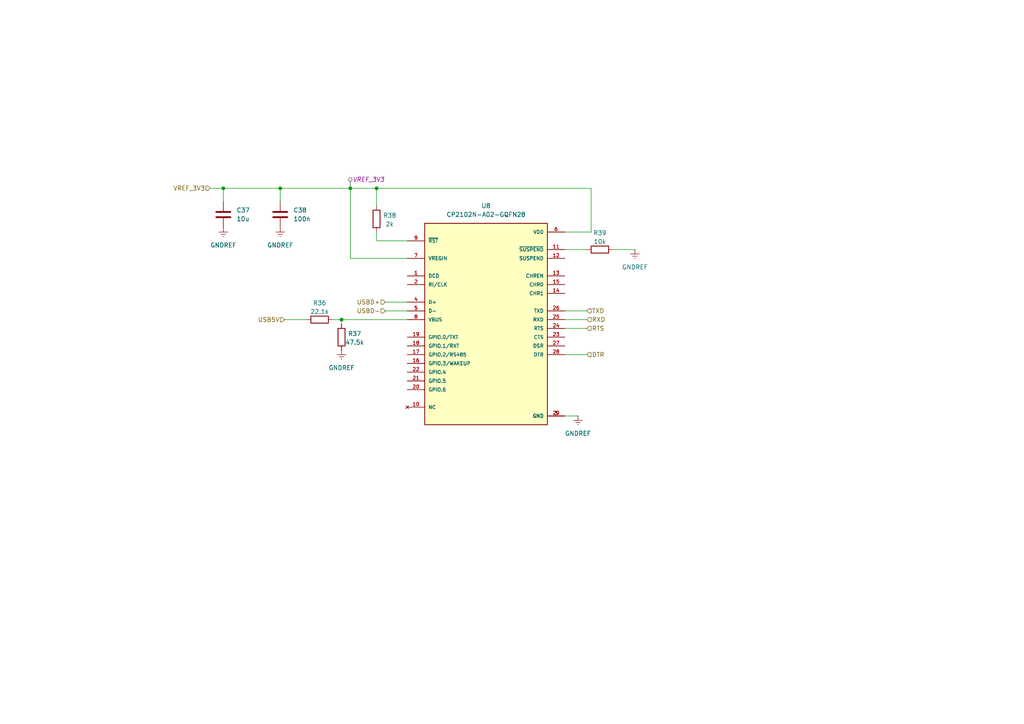
<source format=kicad_sch>
(kicad_sch (version 20231120) (generator "eeschema") (generator_version "8.0")
  (paper "A4")
  (lib_symbols
    (symbol "CP2102N-A02-GQFN28:CP2102N-A02-GQFN28" (pin_names (offset 1.016))
      (property "Reference" "U" (at -17.78 33.02 0))
      (property "Value" "CP2102N-A02-GQFN28" (at -17.78 -33.02 0))
      (symbol "CP2102N-A02-GQFN28_0_0"
        (rectangle (start -17.78 -27.94) (end 17.78 30.48) (stroke (width 0.254)) (fill (type background)))
        (pin input line (at -22.86 15.24 0) (length 5.08) (name "DCD") (number "1"))
        (pin no_connect line (at -22.86 -22.86 0) (length 5.08) (name "NC") (number "10"))
        (pin output line (at 22.86 22.86 180) (length 5.08) (name "~{SUSPEND}") (number "11"))
        (pin output line (at 22.86 20.32 180) (length 5.08) (name "SUSPEND") (number "12"))
        (pin output line (at 22.86 15.24 180) (length 5.08) (name "CHREN") (number "13"))
        (pin output line (at 22.86 10.16 180) (length 5.08) (name "CHR1") (number "14"))
        (pin output line (at 22.86 12.7 180) (length 5.08) (name "CHR0") (number "15"))
        (pin bidirectional line (at -22.86 -10.16 0) (length 5.08) (name "GPIO.3/WAKEUP") (number "16"))
        (pin bidirectional line (at -22.86 -7.62 0) (length 5.08) (name "GPIO.2/RS485") (number "17"))
        (pin bidirectional line (at -22.86 -5.08 0) (length 5.08) (name "GPIO.1/RXT") (number "18"))
        (pin bidirectional line (at -22.86 -2.54 0) (length 5.08) (name "GPIO.0/TXT") (number "19"))
        (pin bidirectional line (at -22.86 12.7 0) (length 5.08) (name "RI/CLK") (number "2"))
        (pin bidirectional line (at -22.86 -17.78 0) (length 5.08) (name "GPIO.6") (number "20"))
        (pin bidirectional line (at -22.86 -15.24 0) (length 5.08) (name "GPIO.5") (number "21"))
        (pin bidirectional line (at -22.86 -12.7 0) (length 5.08) (name "GPIO.4") (number "22"))
        (pin input line (at 22.86 -2.54 180) (length 5.08) (name "CTS") (number "23"))
        (pin output line (at 22.86 0 180) (length 5.08) (name "RTS") (number "24"))
        (pin input line (at 22.86 2.54 180) (length 5.08) (name "RXD") (number "25"))
        (pin output line (at 22.86 5.08 180) (length 5.08) (name "TXD") (number "26"))
        (pin input line (at 22.86 -5.08 180) (length 5.08) (name "DSR") (number "27"))
        (pin output line (at 22.86 -7.62 180) (length 5.08) (name "DTR") (number "28"))
        (pin power_in line (at 22.86 -25.4 180) (length 5.08) (name "GND") (number "29"))
        (pin power_in line (at 22.86 -25.4 180) (length 5.08) (name "GND") (number "3"))
        (pin bidirectional line (at -22.86 7.62 0) (length 5.08) (name "D+") (number "4"))
        (pin bidirectional line (at -22.86 5.08 0) (length 5.08) (name "D-") (number "5"))
        (pin power_in line (at 22.86 27.94 180) (length 5.08) (name "VDD") (number "6"))
        (pin input line (at -22.86 20.32 0) (length 5.08) (name "VREGIN") (number "7"))
        (pin input line (at -22.86 2.54 0) (length 5.08) (name "VBUS") (number "8"))
        (pin input line (at -22.86 25.4 0) (length 5.08) (name "~{RST}") (number "9"))
      )
    )
    (symbol "Device:C" (pin_numbers hide) (pin_names (offset 0.254))
      (property "Reference" "C" (at 0.635 2.54 0))
      (property "Value" "C" (at 0.635 -2.54 0))
      (symbol "C_0_1"
        (polyline (pts (xy -2.032 -0.762) (xy 2.032 -0.762)) (stroke (width 0.508)))
        (polyline (pts (xy -2.032 0.762) (xy 2.032 0.762)) (stroke (width 0.508)))
      )
      (symbol "C_1_1"
        (pin passive line (at 0 3.81 270) (length 2.794) (name "~") (number "1"))
        (pin passive line (at 0 -3.81 90) (length 2.794) (name "~") (number "2"))
      )
    )
    (symbol "Device:R" (pin_numbers hide) (pin_names (offset 0))
      (property "Reference" "R" (at 2.032 0 90))
      (property "Value" "R" (at 0 0 90))
      (symbol "R_0_1"
        (rectangle (start -1.016 -2.54) (end 1.016 2.54) (stroke (width 0.254)))
      )
      (symbol "R_1_1"
        (pin passive line (at 0 3.81 270) (length 1.27) (name "~") (number "1"))
        (pin passive line (at 0 -3.81 90) (length 1.27) (name "~") (number "2"))
      )
    )
    (symbol "power:GNDREF" (power) (pin_numbers hide) (pin_names (offset 0) hide)
      (property "Value" "GNDREF" (at 0 -3.81 0))
      (symbol "GNDREF_0_1"
        (polyline (pts (xy -0.635 -1.905) (xy 0.635 -1.905)))
        (polyline (pts (xy -0.127 -2.54) (xy 0.127 -2.54)))
        (polyline (pts (xy 0 -1.27) (xy 0 0)))
        (polyline (pts (xy 1.27 -1.27) (xy -1.27 -1.27)))
      )
      (symbol "GNDREF_1_1"
        (pin power_in line (at 0 0 270) (length 0) (name "~") (number "1"))
      )
    )
  )
  (junction (at 81.28 54.61))
  (junction (at 101.6 54.61))
  (junction (at 99.06 92.71))
  (junction (at 64.77 54.61))
  (junction (at 109.22 54.61))
  (wire (pts (xy 177.8 72.39) (xy 184.15 72.39)))
  (wire (pts (xy 64.77 54.61) (xy 81.28 54.61)))
  (wire (pts (xy 171.45 67.31) (xy 171.45 54.61)))
  (wire (pts (xy 96.52 92.71) (xy 99.06 92.71)))
  (wire (pts (xy 81.28 58.42) (xy 81.28 54.61)))
  (wire (pts (xy 64.77 54.61) (xy 64.77 58.42)))
  (wire (pts (xy 118.11 69.85) (xy 109.22 69.85)))
  (wire (pts (xy 163.83 102.87) (xy 170.18 102.87)))
  (wire (pts (xy 82.55 92.71) (xy 88.9 92.71)))
  (wire (pts (xy 109.22 54.61) (xy 109.22 59.69)))
  (wire (pts (xy 99.06 92.71) (xy 118.11 92.71)))
  (wire (pts (xy 111.76 90.17) (xy 118.11 90.17)))
  (wire (pts (xy 163.83 120.65) (xy 167.64 120.65)))
  (wire (pts (xy 109.22 69.85) (xy 109.22 67.31)))
  (wire (pts (xy 163.83 72.39) (xy 170.18 72.39)))
  (wire (pts (xy 118.11 87.63) (xy 111.76 87.63)))
  (wire (pts (xy 101.6 74.93) (xy 101.6 54.61)))
  (wire (pts (xy 64.77 54.61) (xy 60.96 54.61)))
  (wire (pts (xy 163.83 95.25) (xy 170.18 95.25)))
  (wire (pts (xy 109.22 54.61) (xy 101.6 54.61)))
  (wire (pts (xy 99.06 92.71) (xy 99.06 93.98)))
  (wire (pts (xy 163.83 90.17) (xy 170.18 90.17)))
  (wire (pts (xy 171.45 54.61) (xy 109.22 54.61)))
  (wire (pts (xy 118.11 74.93) (xy 101.6 74.93)))
  (wire (pts (xy 81.28 54.61) (xy 101.6 54.61)))
  (wire (pts (xy 163.83 92.71) (xy 170.18 92.71)))
  (wire (pts (xy 163.83 67.31) (xy 171.45 67.31)))
  (hierarchical_label "RXD" (shape input) (at 170.18 92.71 0))
  (hierarchical_label "USBD-" (shape input) (at 111.76 90.17 180))
  (hierarchical_label "DTR" (shape input) (at 170.18 102.87 0))
  (hierarchical_label "RTS" (shape input) (at 170.18 95.25 0))
  (hierarchical_label "TXD" (shape input) (at 170.18 90.17 0))
  (hierarchical_label "VREF_3V3" (shape input) (at 60.96 54.61 180))
  (hierarchical_label "USBD+" (shape input) (at 111.76 87.63 180))
  (hierarchical_label "USB5V" (shape input) (at 82.55 92.71 180))
  (netclass_flag "" (length 2.54) (shape round) (at 101.6 54.61 0) (property "Netclass" "VREF_3V3" (at 102.2985 52.07 0) (effects (font (italic yes)) (justify left))))
  (symbol (lib_id "Device:C") (at 81.28 62.23 0) (unit 1)
    (property "Reference" "C38" (at 85.09 60.9599 0) (effects (justify left)))
    (property "Value" "100n" (at 85.09 63.4999 0) (effects (justify left)))
    (property "Footprint" "Capacitor_SMD:C_0603_1608Metric" (effects (hide yes)))
    (property "Description" "Unpolarized capacitor" (effects (hide yes)))
    (property "PN" "CC0603KRX7R9BB104" (effects (hide yes)))
  )
  (symbol (lib_id "Device:R") (at 109.22 63.5 0) (unit 1)
    (property "Reference" "R38" (at 113.03 62.484 0))
    (property "Value" "2k" (at 113.03 65.024 0))
    (property "Footprint" "Resistor_SMD:R_0603_1608Metric" (effects (hide yes)))
    (property "Description" "Resistor" (effects (hide yes)))
    (property "PN" "RS-03K2001FT" (effects (hide yes)))
  )
  (symbol (lib_id "power:GNDREF") (at 167.64 120.65 0) (unit 1)
    (property "Reference" "#PWR053" (effects (hide yes)))
    (property "Value" "GNDREF" (at 167.64 125.73 0))
    (property "Description" "Power symbol creates a global label with name \"GNDREF\" , reference supply ground" (effects (hide yes)))
  )
  (symbol (lib_id "Device:R") (at 92.71 92.71 90) (unit 1)
    (property "Reference" "R36" (at 92.71 87.884 90))
    (property "Value" "22.1k" (at 92.71 90.424 90))
    (property "Footprint" "Resistor_SMD:R_0603_1608Metric" (effects (hide yes)))
    (property "Description" "Resistor" (effects (hide yes)))
    (property "PN" "0603WAF2212T5E" (effects (hide yes)))
  )
  (symbol (lib_id "Device:R") (at 99.06 97.79 0) (unit 1)
    (property "Reference" "R37" (at 102.87 96.774 0))
    (property "Value" "47.5k" (at 102.87 99.314 0))
    (property "Footprint" "Resistor_SMD:R_0603_1608Metric" (effects (hide yes)))
    (property "Description" "Resistor" (effects (hide yes)))
    (property "PN" "FRC0603F4752TS" (effects (hide yes)))
  )
  (symbol (lib_id "Device:R") (at 173.99 72.39 90) (unit 1)
    (property "Reference" "R39" (at 173.99 67.564 90))
    (property "Value" "10k" (at 173.99 70.104 90))
    (property "Footprint" "Resistor_SMD:R_0603_1608Metric" (effects (hide yes)))
    (property "Description" "Resistor" (effects (hide yes)))
    (property "PN" "FRC0603J103TS" (effects (hide yes)))
  )
  (symbol (lib_id "power:GNDREF") (at 81.28 66.04 0) (unit 1)
    (property "Reference" "#PWR051" (effects (hide yes)))
    (property "Value" "GNDREF" (at 81.28 71.12 0))
    (property "Description" "Power symbol creates a global label with name \"GNDREF\" , reference supply ground" (effects (hide yes)))
  )
  (symbol (lib_id "power:GNDREF") (at 184.15 72.39 0) (unit 1)
    (property "Reference" "#PWR054" (effects (hide yes)))
    (property "Value" "GNDREF" (at 184.15 77.47 0))
    (property "Description" "Power symbol creates a global label with name \"GNDREF\" , reference supply ground" (effects (hide yes)))
  )
  (symbol (lib_id "CP2102N-A02-GQFN28:CP2102N-A02-GQFN28") (at 140.97 95.25 0) (unit 1)
    (property "Reference" "U8" (at 140.97 59.69 0))
    (property "Value" "CP2102N-A02-GQFN28" (at 140.97 62.23 0))
    (property "Footprint" "Footprints:QFN50P500X500X80-29N" (effects (hide yes)))
    (property "MF" "Silicon Labs" (effects (hide yes)))
    (property "MAXIMUM_PACKAGE_HEIGHT" "0.8 mm" (effects (hide yes)))
    (property "Package" "WFQFN-28 Silicon Labs" (effects (hide yes)))
    (property "Price" "None" (effects (hide yes)))
    (property "Check_prices" "https://www.snapeda.com/parts/CP2102N-A02-GQFN28/Silicon+Labs/view-part/?ref=eda" (effects (hide yes)))
    (property "STANDARD" "IPC 7351B" (effects (hide yes)))
    (property "PARTREV" "1.5" (effects (hide yes)))
    (property "SnapEDA_Link" "https://www.snapeda.com/parts/CP2102N-A02-GQFN28/Silicon+Labs/view-part/?ref=snap" (effects (hide yes)))
    (property "MP" "CP2102N-A02-GQFN28" (effects (hide yes)))
    (property "Purchase-URL" "https://www.snapeda.com/api/url_track_click_mouser/?unipart_id=4872321&manufacturer=Silicon Labs&part_name=CP2102N-A02-GQFN28&search_term=None" (effects (hide yes)))
    (property "Description_1" "\nUSB Bridge, USB to UART USB 2.0 UART Interface 28-QFN (5x5)\n" (effects (hide yes)))
    (property "Availability" "In Stock" (effects (hide yes)))
    (property "MANUFACTURER" "Silicon Labs" (effects (hide yes)))
    (property "PN" "CP2102N-A02-GQFN28R" (effects (hide yes)))
  )
  (symbol (lib_id "Device:C") (at 64.77 62.23 0) (unit 1)
    (property "Reference" "C37" (at 68.58 60.9599 0) (effects (justify left)))
    (property "Value" "10u" (at 68.58 63.4999 0) (effects (justify left)))
    (property "Footprint" "Capacitor_SMD:C_0603_1608Metric" (effects (hide yes)))
    (property "Description" "Unpolarized capacitor" (effects (hide yes)))
    (property "PN" "0603X106M250NT" (effects (hide yes)))
  )
  (symbol (lib_id "power:GNDREF") (at 99.06 101.6 0) (unit 1)
    (property "Reference" "#PWR052" (effects (hide yes)))
    (property "Value" "GNDREF" (at 99.06 106.68 0))
    (property "Description" "Power symbol creates a global label with name \"GNDREF\" , reference supply ground" (effects (hide yes)))
  )
  (symbol (lib_id "power:GNDREF") (at 64.77 66.04 0) (unit 1)
    (property "Reference" "#PWR050" (effects (hide yes)))
    (property "Value" "GNDREF" (at 64.77 71.12 0))
    (property "Description" "Power symbol creates a global label with name \"GNDREF\" , reference supply ground" (effects (hide yes)))
  )
)
</source>
